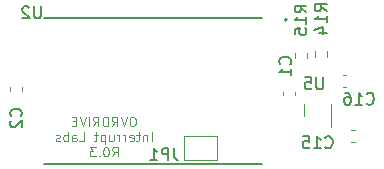
<source format=gbr>
%TF.GenerationSoftware,KiCad,Pcbnew,7.0.7*%
%TF.CreationDate,2023-12-11T16:01:13+01:00*%
%TF.ProjectId,ovrdrive,6f767264-7269-4766-952e-6b696361645f,rev?*%
%TF.SameCoordinates,Original*%
%TF.FileFunction,Legend,Bot*%
%TF.FilePolarity,Positive*%
%FSLAX46Y46*%
G04 Gerber Fmt 4.6, Leading zero omitted, Abs format (unit mm)*
G04 Created by KiCad (PCBNEW 7.0.7) date 2023-12-11 16:01:13*
%MOMM*%
%LPD*%
G01*
G04 APERTURE LIST*
%ADD10C,0.125000*%
%ADD11C,0.150000*%
%ADD12C,0.120000*%
%ADD13C,0.127000*%
%ADD14C,0.200000*%
G04 APERTURE END LIST*
D10*
X123814284Y-106375595D02*
X123661903Y-106375595D01*
X123661903Y-106375595D02*
X123585713Y-106413690D01*
X123585713Y-106413690D02*
X123509522Y-106489880D01*
X123509522Y-106489880D02*
X123471427Y-106642261D01*
X123471427Y-106642261D02*
X123471427Y-106908928D01*
X123471427Y-106908928D02*
X123509522Y-107061309D01*
X123509522Y-107061309D02*
X123585713Y-107137500D01*
X123585713Y-107137500D02*
X123661903Y-107175595D01*
X123661903Y-107175595D02*
X123814284Y-107175595D01*
X123814284Y-107175595D02*
X123890475Y-107137500D01*
X123890475Y-107137500D02*
X123966665Y-107061309D01*
X123966665Y-107061309D02*
X124004761Y-106908928D01*
X124004761Y-106908928D02*
X124004761Y-106642261D01*
X124004761Y-106642261D02*
X123966665Y-106489880D01*
X123966665Y-106489880D02*
X123890475Y-106413690D01*
X123890475Y-106413690D02*
X123814284Y-106375595D01*
X123242856Y-106375595D02*
X122976189Y-107175595D01*
X122976189Y-107175595D02*
X122709523Y-106375595D01*
X121985713Y-107175595D02*
X122252380Y-106794642D01*
X122442856Y-107175595D02*
X122442856Y-106375595D01*
X122442856Y-106375595D02*
X122138094Y-106375595D01*
X122138094Y-106375595D02*
X122061904Y-106413690D01*
X122061904Y-106413690D02*
X122023809Y-106451785D01*
X122023809Y-106451785D02*
X121985713Y-106527976D01*
X121985713Y-106527976D02*
X121985713Y-106642261D01*
X121985713Y-106642261D02*
X122023809Y-106718452D01*
X122023809Y-106718452D02*
X122061904Y-106756547D01*
X122061904Y-106756547D02*
X122138094Y-106794642D01*
X122138094Y-106794642D02*
X122442856Y-106794642D01*
X121642856Y-107175595D02*
X121642856Y-106375595D01*
X121642856Y-106375595D02*
X121452380Y-106375595D01*
X121452380Y-106375595D02*
X121338094Y-106413690D01*
X121338094Y-106413690D02*
X121261904Y-106489880D01*
X121261904Y-106489880D02*
X121223809Y-106566071D01*
X121223809Y-106566071D02*
X121185713Y-106718452D01*
X121185713Y-106718452D02*
X121185713Y-106832738D01*
X121185713Y-106832738D02*
X121223809Y-106985119D01*
X121223809Y-106985119D02*
X121261904Y-107061309D01*
X121261904Y-107061309D02*
X121338094Y-107137500D01*
X121338094Y-107137500D02*
X121452380Y-107175595D01*
X121452380Y-107175595D02*
X121642856Y-107175595D01*
X120385713Y-107175595D02*
X120652380Y-106794642D01*
X120842856Y-107175595D02*
X120842856Y-106375595D01*
X120842856Y-106375595D02*
X120538094Y-106375595D01*
X120538094Y-106375595D02*
X120461904Y-106413690D01*
X120461904Y-106413690D02*
X120423809Y-106451785D01*
X120423809Y-106451785D02*
X120385713Y-106527976D01*
X120385713Y-106527976D02*
X120385713Y-106642261D01*
X120385713Y-106642261D02*
X120423809Y-106718452D01*
X120423809Y-106718452D02*
X120461904Y-106756547D01*
X120461904Y-106756547D02*
X120538094Y-106794642D01*
X120538094Y-106794642D02*
X120842856Y-106794642D01*
X120042856Y-107175595D02*
X120042856Y-106375595D01*
X119776190Y-106375595D02*
X119509523Y-107175595D01*
X119509523Y-107175595D02*
X119242857Y-106375595D01*
X118976190Y-106756547D02*
X118709524Y-106756547D01*
X118595238Y-107175595D02*
X118976190Y-107175595D01*
X118976190Y-107175595D02*
X118976190Y-106375595D01*
X118976190Y-106375595D02*
X118595238Y-106375595D01*
X125357143Y-108463595D02*
X125357143Y-107663595D01*
X124976191Y-107930261D02*
X124976191Y-108463595D01*
X124976191Y-108006452D02*
X124938096Y-107968357D01*
X124938096Y-107968357D02*
X124861906Y-107930261D01*
X124861906Y-107930261D02*
X124747620Y-107930261D01*
X124747620Y-107930261D02*
X124671429Y-107968357D01*
X124671429Y-107968357D02*
X124633334Y-108044547D01*
X124633334Y-108044547D02*
X124633334Y-108463595D01*
X124366667Y-107930261D02*
X124061905Y-107930261D01*
X124252381Y-107663595D02*
X124252381Y-108349309D01*
X124252381Y-108349309D02*
X124214286Y-108425500D01*
X124214286Y-108425500D02*
X124138096Y-108463595D01*
X124138096Y-108463595D02*
X124061905Y-108463595D01*
X123490476Y-108425500D02*
X123566667Y-108463595D01*
X123566667Y-108463595D02*
X123719048Y-108463595D01*
X123719048Y-108463595D02*
X123795238Y-108425500D01*
X123795238Y-108425500D02*
X123833334Y-108349309D01*
X123833334Y-108349309D02*
X123833334Y-108044547D01*
X123833334Y-108044547D02*
X123795238Y-107968357D01*
X123795238Y-107968357D02*
X123719048Y-107930261D01*
X123719048Y-107930261D02*
X123566667Y-107930261D01*
X123566667Y-107930261D02*
X123490476Y-107968357D01*
X123490476Y-107968357D02*
X123452381Y-108044547D01*
X123452381Y-108044547D02*
X123452381Y-108120738D01*
X123452381Y-108120738D02*
X123833334Y-108196928D01*
X123109524Y-108463595D02*
X123109524Y-107930261D01*
X123109524Y-108082642D02*
X123071429Y-108006452D01*
X123071429Y-108006452D02*
X123033334Y-107968357D01*
X123033334Y-107968357D02*
X122957143Y-107930261D01*
X122957143Y-107930261D02*
X122880953Y-107930261D01*
X122614286Y-108463595D02*
X122614286Y-107930261D01*
X122614286Y-108082642D02*
X122576191Y-108006452D01*
X122576191Y-108006452D02*
X122538096Y-107968357D01*
X122538096Y-107968357D02*
X122461905Y-107930261D01*
X122461905Y-107930261D02*
X122385715Y-107930261D01*
X121776191Y-107930261D02*
X121776191Y-108463595D01*
X122119048Y-107930261D02*
X122119048Y-108349309D01*
X122119048Y-108349309D02*
X122080953Y-108425500D01*
X122080953Y-108425500D02*
X122004763Y-108463595D01*
X122004763Y-108463595D02*
X121890477Y-108463595D01*
X121890477Y-108463595D02*
X121814286Y-108425500D01*
X121814286Y-108425500D02*
X121776191Y-108387404D01*
X121395238Y-107930261D02*
X121395238Y-108730261D01*
X121395238Y-107968357D02*
X121319048Y-107930261D01*
X121319048Y-107930261D02*
X121166667Y-107930261D01*
X121166667Y-107930261D02*
X121090476Y-107968357D01*
X121090476Y-107968357D02*
X121052381Y-108006452D01*
X121052381Y-108006452D02*
X121014286Y-108082642D01*
X121014286Y-108082642D02*
X121014286Y-108311214D01*
X121014286Y-108311214D02*
X121052381Y-108387404D01*
X121052381Y-108387404D02*
X121090476Y-108425500D01*
X121090476Y-108425500D02*
X121166667Y-108463595D01*
X121166667Y-108463595D02*
X121319048Y-108463595D01*
X121319048Y-108463595D02*
X121395238Y-108425500D01*
X120785714Y-107930261D02*
X120480952Y-107930261D01*
X120671428Y-107663595D02*
X120671428Y-108349309D01*
X120671428Y-108349309D02*
X120633333Y-108425500D01*
X120633333Y-108425500D02*
X120557143Y-108463595D01*
X120557143Y-108463595D02*
X120480952Y-108463595D01*
X119223809Y-108463595D02*
X119604761Y-108463595D01*
X119604761Y-108463595D02*
X119604761Y-107663595D01*
X118614285Y-108463595D02*
X118614285Y-108044547D01*
X118614285Y-108044547D02*
X118652380Y-107968357D01*
X118652380Y-107968357D02*
X118728571Y-107930261D01*
X118728571Y-107930261D02*
X118880952Y-107930261D01*
X118880952Y-107930261D02*
X118957142Y-107968357D01*
X118614285Y-108425500D02*
X118690476Y-108463595D01*
X118690476Y-108463595D02*
X118880952Y-108463595D01*
X118880952Y-108463595D02*
X118957142Y-108425500D01*
X118957142Y-108425500D02*
X118995238Y-108349309D01*
X118995238Y-108349309D02*
X118995238Y-108273119D01*
X118995238Y-108273119D02*
X118957142Y-108196928D01*
X118957142Y-108196928D02*
X118880952Y-108158833D01*
X118880952Y-108158833D02*
X118690476Y-108158833D01*
X118690476Y-108158833D02*
X118614285Y-108120738D01*
X118233332Y-108463595D02*
X118233332Y-107663595D01*
X118233332Y-107968357D02*
X118157142Y-107930261D01*
X118157142Y-107930261D02*
X118004761Y-107930261D01*
X118004761Y-107930261D02*
X117928570Y-107968357D01*
X117928570Y-107968357D02*
X117890475Y-108006452D01*
X117890475Y-108006452D02*
X117852380Y-108082642D01*
X117852380Y-108082642D02*
X117852380Y-108311214D01*
X117852380Y-108311214D02*
X117890475Y-108387404D01*
X117890475Y-108387404D02*
X117928570Y-108425500D01*
X117928570Y-108425500D02*
X118004761Y-108463595D01*
X118004761Y-108463595D02*
X118157142Y-108463595D01*
X118157142Y-108463595D02*
X118233332Y-108425500D01*
X117547618Y-108425500D02*
X117471427Y-108463595D01*
X117471427Y-108463595D02*
X117319046Y-108463595D01*
X117319046Y-108463595D02*
X117242856Y-108425500D01*
X117242856Y-108425500D02*
X117204760Y-108349309D01*
X117204760Y-108349309D02*
X117204760Y-108311214D01*
X117204760Y-108311214D02*
X117242856Y-108235023D01*
X117242856Y-108235023D02*
X117319046Y-108196928D01*
X117319046Y-108196928D02*
X117433332Y-108196928D01*
X117433332Y-108196928D02*
X117509522Y-108158833D01*
X117509522Y-108158833D02*
X117547618Y-108082642D01*
X117547618Y-108082642D02*
X117547618Y-108044547D01*
X117547618Y-108044547D02*
X117509522Y-107968357D01*
X117509522Y-107968357D02*
X117433332Y-107930261D01*
X117433332Y-107930261D02*
X117319046Y-107930261D01*
X117319046Y-107930261D02*
X117242856Y-107968357D01*
X122004761Y-109751595D02*
X122271428Y-109370642D01*
X122461904Y-109751595D02*
X122461904Y-108951595D01*
X122461904Y-108951595D02*
X122157142Y-108951595D01*
X122157142Y-108951595D02*
X122080952Y-108989690D01*
X122080952Y-108989690D02*
X122042857Y-109027785D01*
X122042857Y-109027785D02*
X122004761Y-109103976D01*
X122004761Y-109103976D02*
X122004761Y-109218261D01*
X122004761Y-109218261D02*
X122042857Y-109294452D01*
X122042857Y-109294452D02*
X122080952Y-109332547D01*
X122080952Y-109332547D02*
X122157142Y-109370642D01*
X122157142Y-109370642D02*
X122461904Y-109370642D01*
X121509523Y-108951595D02*
X121433333Y-108951595D01*
X121433333Y-108951595D02*
X121357142Y-108989690D01*
X121357142Y-108989690D02*
X121319047Y-109027785D01*
X121319047Y-109027785D02*
X121280952Y-109103976D01*
X121280952Y-109103976D02*
X121242857Y-109256357D01*
X121242857Y-109256357D02*
X121242857Y-109446833D01*
X121242857Y-109446833D02*
X121280952Y-109599214D01*
X121280952Y-109599214D02*
X121319047Y-109675404D01*
X121319047Y-109675404D02*
X121357142Y-109713500D01*
X121357142Y-109713500D02*
X121433333Y-109751595D01*
X121433333Y-109751595D02*
X121509523Y-109751595D01*
X121509523Y-109751595D02*
X121585714Y-109713500D01*
X121585714Y-109713500D02*
X121623809Y-109675404D01*
X121623809Y-109675404D02*
X121661904Y-109599214D01*
X121661904Y-109599214D02*
X121700000Y-109446833D01*
X121700000Y-109446833D02*
X121700000Y-109256357D01*
X121700000Y-109256357D02*
X121661904Y-109103976D01*
X121661904Y-109103976D02*
X121623809Y-109027785D01*
X121623809Y-109027785D02*
X121585714Y-108989690D01*
X121585714Y-108989690D02*
X121509523Y-108951595D01*
X120899999Y-109675404D02*
X120861904Y-109713500D01*
X120861904Y-109713500D02*
X120899999Y-109751595D01*
X120899999Y-109751595D02*
X120938095Y-109713500D01*
X120938095Y-109713500D02*
X120899999Y-109675404D01*
X120899999Y-109675404D02*
X120899999Y-109751595D01*
X120595238Y-108951595D02*
X120100000Y-108951595D01*
X120100000Y-108951595D02*
X120366666Y-109256357D01*
X120366666Y-109256357D02*
X120252381Y-109256357D01*
X120252381Y-109256357D02*
X120176190Y-109294452D01*
X120176190Y-109294452D02*
X120138095Y-109332547D01*
X120138095Y-109332547D02*
X120100000Y-109408738D01*
X120100000Y-109408738D02*
X120100000Y-109599214D01*
X120100000Y-109599214D02*
X120138095Y-109675404D01*
X120138095Y-109675404D02*
X120176190Y-109713500D01*
X120176190Y-109713500D02*
X120252381Y-109751595D01*
X120252381Y-109751595D02*
X120480952Y-109751595D01*
X120480952Y-109751595D02*
X120557143Y-109713500D01*
X120557143Y-109713500D02*
X120595238Y-109675404D01*
D11*
X140154819Y-97457142D02*
X139678628Y-97123809D01*
X140154819Y-96885714D02*
X139154819Y-96885714D01*
X139154819Y-96885714D02*
X139154819Y-97266666D01*
X139154819Y-97266666D02*
X139202438Y-97361904D01*
X139202438Y-97361904D02*
X139250057Y-97409523D01*
X139250057Y-97409523D02*
X139345295Y-97457142D01*
X139345295Y-97457142D02*
X139488152Y-97457142D01*
X139488152Y-97457142D02*
X139583390Y-97409523D01*
X139583390Y-97409523D02*
X139631009Y-97361904D01*
X139631009Y-97361904D02*
X139678628Y-97266666D01*
X139678628Y-97266666D02*
X139678628Y-96885714D01*
X140154819Y-98409523D02*
X140154819Y-97838095D01*
X140154819Y-98123809D02*
X139154819Y-98123809D01*
X139154819Y-98123809D02*
X139297676Y-98028571D01*
X139297676Y-98028571D02*
X139392914Y-97933333D01*
X139392914Y-97933333D02*
X139440533Y-97838095D01*
X139488152Y-99266666D02*
X140154819Y-99266666D01*
X139107200Y-99028571D02*
X139821485Y-98790476D01*
X139821485Y-98790476D02*
X139821485Y-99409523D01*
X114259580Y-106333333D02*
X114307200Y-106285714D01*
X114307200Y-106285714D02*
X114354819Y-106142857D01*
X114354819Y-106142857D02*
X114354819Y-106047619D01*
X114354819Y-106047619D02*
X114307200Y-105904762D01*
X114307200Y-105904762D02*
X114211961Y-105809524D01*
X114211961Y-105809524D02*
X114116723Y-105761905D01*
X114116723Y-105761905D02*
X113926247Y-105714286D01*
X113926247Y-105714286D02*
X113783390Y-105714286D01*
X113783390Y-105714286D02*
X113592914Y-105761905D01*
X113592914Y-105761905D02*
X113497676Y-105809524D01*
X113497676Y-105809524D02*
X113402438Y-105904762D01*
X113402438Y-105904762D02*
X113354819Y-106047619D01*
X113354819Y-106047619D02*
X113354819Y-106142857D01*
X113354819Y-106142857D02*
X113402438Y-106285714D01*
X113402438Y-106285714D02*
X113450057Y-106333333D01*
X113450057Y-106714286D02*
X113402438Y-106761905D01*
X113402438Y-106761905D02*
X113354819Y-106857143D01*
X113354819Y-106857143D02*
X113354819Y-107095238D01*
X113354819Y-107095238D02*
X113402438Y-107190476D01*
X113402438Y-107190476D02*
X113450057Y-107238095D01*
X113450057Y-107238095D02*
X113545295Y-107285714D01*
X113545295Y-107285714D02*
X113640533Y-107285714D01*
X113640533Y-107285714D02*
X113783390Y-107238095D01*
X113783390Y-107238095D02*
X114354819Y-106666667D01*
X114354819Y-106666667D02*
X114354819Y-107285714D01*
X127233333Y-109054819D02*
X127233333Y-109769104D01*
X127233333Y-109769104D02*
X127280952Y-109911961D01*
X127280952Y-109911961D02*
X127376190Y-110007200D01*
X127376190Y-110007200D02*
X127519047Y-110054819D01*
X127519047Y-110054819D02*
X127614285Y-110054819D01*
X126757142Y-110054819D02*
X126757142Y-109054819D01*
X126757142Y-109054819D02*
X126376190Y-109054819D01*
X126376190Y-109054819D02*
X126280952Y-109102438D01*
X126280952Y-109102438D02*
X126233333Y-109150057D01*
X126233333Y-109150057D02*
X126185714Y-109245295D01*
X126185714Y-109245295D02*
X126185714Y-109388152D01*
X126185714Y-109388152D02*
X126233333Y-109483390D01*
X126233333Y-109483390D02*
X126280952Y-109531009D01*
X126280952Y-109531009D02*
X126376190Y-109578628D01*
X126376190Y-109578628D02*
X126757142Y-109578628D01*
X125233333Y-110054819D02*
X125804761Y-110054819D01*
X125519047Y-110054819D02*
X125519047Y-109054819D01*
X125519047Y-109054819D02*
X125614285Y-109197676D01*
X125614285Y-109197676D02*
X125709523Y-109292914D01*
X125709523Y-109292914D02*
X125804761Y-109340533D01*
X138454819Y-97557142D02*
X137978628Y-97223809D01*
X138454819Y-96985714D02*
X137454819Y-96985714D01*
X137454819Y-96985714D02*
X137454819Y-97366666D01*
X137454819Y-97366666D02*
X137502438Y-97461904D01*
X137502438Y-97461904D02*
X137550057Y-97509523D01*
X137550057Y-97509523D02*
X137645295Y-97557142D01*
X137645295Y-97557142D02*
X137788152Y-97557142D01*
X137788152Y-97557142D02*
X137883390Y-97509523D01*
X137883390Y-97509523D02*
X137931009Y-97461904D01*
X137931009Y-97461904D02*
X137978628Y-97366666D01*
X137978628Y-97366666D02*
X137978628Y-96985714D01*
X138454819Y-98509523D02*
X138454819Y-97938095D01*
X138454819Y-98223809D02*
X137454819Y-98223809D01*
X137454819Y-98223809D02*
X137597676Y-98128571D01*
X137597676Y-98128571D02*
X137692914Y-98033333D01*
X137692914Y-98033333D02*
X137740533Y-97938095D01*
X137454819Y-99414285D02*
X137454819Y-98938095D01*
X137454819Y-98938095D02*
X137931009Y-98890476D01*
X137931009Y-98890476D02*
X137883390Y-98938095D01*
X137883390Y-98938095D02*
X137835771Y-99033333D01*
X137835771Y-99033333D02*
X137835771Y-99271428D01*
X137835771Y-99271428D02*
X137883390Y-99366666D01*
X137883390Y-99366666D02*
X137931009Y-99414285D01*
X137931009Y-99414285D02*
X138026247Y-99461904D01*
X138026247Y-99461904D02*
X138264342Y-99461904D01*
X138264342Y-99461904D02*
X138359580Y-99414285D01*
X138359580Y-99414285D02*
X138407200Y-99366666D01*
X138407200Y-99366666D02*
X138454819Y-99271428D01*
X138454819Y-99271428D02*
X138454819Y-99033333D01*
X138454819Y-99033333D02*
X138407200Y-98938095D01*
X138407200Y-98938095D02*
X138359580Y-98890476D01*
X137059580Y-101933333D02*
X137107200Y-101885714D01*
X137107200Y-101885714D02*
X137154819Y-101742857D01*
X137154819Y-101742857D02*
X137154819Y-101647619D01*
X137154819Y-101647619D02*
X137107200Y-101504762D01*
X137107200Y-101504762D02*
X137011961Y-101409524D01*
X137011961Y-101409524D02*
X136916723Y-101361905D01*
X136916723Y-101361905D02*
X136726247Y-101314286D01*
X136726247Y-101314286D02*
X136583390Y-101314286D01*
X136583390Y-101314286D02*
X136392914Y-101361905D01*
X136392914Y-101361905D02*
X136297676Y-101409524D01*
X136297676Y-101409524D02*
X136202438Y-101504762D01*
X136202438Y-101504762D02*
X136154819Y-101647619D01*
X136154819Y-101647619D02*
X136154819Y-101742857D01*
X136154819Y-101742857D02*
X136202438Y-101885714D01*
X136202438Y-101885714D02*
X136250057Y-101933333D01*
X137154819Y-102885714D02*
X137154819Y-102314286D01*
X137154819Y-102600000D02*
X136154819Y-102600000D01*
X136154819Y-102600000D02*
X136297676Y-102504762D01*
X136297676Y-102504762D02*
X136392914Y-102409524D01*
X136392914Y-102409524D02*
X136440533Y-102314286D01*
X115961904Y-97054819D02*
X115961904Y-97864342D01*
X115961904Y-97864342D02*
X115914285Y-97959580D01*
X115914285Y-97959580D02*
X115866666Y-98007200D01*
X115866666Y-98007200D02*
X115771428Y-98054819D01*
X115771428Y-98054819D02*
X115580952Y-98054819D01*
X115580952Y-98054819D02*
X115485714Y-98007200D01*
X115485714Y-98007200D02*
X115438095Y-97959580D01*
X115438095Y-97959580D02*
X115390476Y-97864342D01*
X115390476Y-97864342D02*
X115390476Y-97054819D01*
X114961904Y-97150057D02*
X114914285Y-97102438D01*
X114914285Y-97102438D02*
X114819047Y-97054819D01*
X114819047Y-97054819D02*
X114580952Y-97054819D01*
X114580952Y-97054819D02*
X114485714Y-97102438D01*
X114485714Y-97102438D02*
X114438095Y-97150057D01*
X114438095Y-97150057D02*
X114390476Y-97245295D01*
X114390476Y-97245295D02*
X114390476Y-97340533D01*
X114390476Y-97340533D02*
X114438095Y-97483390D01*
X114438095Y-97483390D02*
X115009523Y-98054819D01*
X115009523Y-98054819D02*
X114390476Y-98054819D01*
X143542857Y-105259580D02*
X143590476Y-105307200D01*
X143590476Y-105307200D02*
X143733333Y-105354819D01*
X143733333Y-105354819D02*
X143828571Y-105354819D01*
X143828571Y-105354819D02*
X143971428Y-105307200D01*
X143971428Y-105307200D02*
X144066666Y-105211961D01*
X144066666Y-105211961D02*
X144114285Y-105116723D01*
X144114285Y-105116723D02*
X144161904Y-104926247D01*
X144161904Y-104926247D02*
X144161904Y-104783390D01*
X144161904Y-104783390D02*
X144114285Y-104592914D01*
X144114285Y-104592914D02*
X144066666Y-104497676D01*
X144066666Y-104497676D02*
X143971428Y-104402438D01*
X143971428Y-104402438D02*
X143828571Y-104354819D01*
X143828571Y-104354819D02*
X143733333Y-104354819D01*
X143733333Y-104354819D02*
X143590476Y-104402438D01*
X143590476Y-104402438D02*
X143542857Y-104450057D01*
X142590476Y-105354819D02*
X143161904Y-105354819D01*
X142876190Y-105354819D02*
X142876190Y-104354819D01*
X142876190Y-104354819D02*
X142971428Y-104497676D01*
X142971428Y-104497676D02*
X143066666Y-104592914D01*
X143066666Y-104592914D02*
X143161904Y-104640533D01*
X141733333Y-104354819D02*
X141923809Y-104354819D01*
X141923809Y-104354819D02*
X142019047Y-104402438D01*
X142019047Y-104402438D02*
X142066666Y-104450057D01*
X142066666Y-104450057D02*
X142161904Y-104592914D01*
X142161904Y-104592914D02*
X142209523Y-104783390D01*
X142209523Y-104783390D02*
X142209523Y-105164342D01*
X142209523Y-105164342D02*
X142161904Y-105259580D01*
X142161904Y-105259580D02*
X142114285Y-105307200D01*
X142114285Y-105307200D02*
X142019047Y-105354819D01*
X142019047Y-105354819D02*
X141828571Y-105354819D01*
X141828571Y-105354819D02*
X141733333Y-105307200D01*
X141733333Y-105307200D02*
X141685714Y-105259580D01*
X141685714Y-105259580D02*
X141638095Y-105164342D01*
X141638095Y-105164342D02*
X141638095Y-104926247D01*
X141638095Y-104926247D02*
X141685714Y-104831009D01*
X141685714Y-104831009D02*
X141733333Y-104783390D01*
X141733333Y-104783390D02*
X141828571Y-104735771D01*
X141828571Y-104735771D02*
X142019047Y-104735771D01*
X142019047Y-104735771D02*
X142114285Y-104783390D01*
X142114285Y-104783390D02*
X142161904Y-104831009D01*
X142161904Y-104831009D02*
X142209523Y-104926247D01*
X139861904Y-103054819D02*
X139861904Y-103864342D01*
X139861904Y-103864342D02*
X139814285Y-103959580D01*
X139814285Y-103959580D02*
X139766666Y-104007200D01*
X139766666Y-104007200D02*
X139671428Y-104054819D01*
X139671428Y-104054819D02*
X139480952Y-104054819D01*
X139480952Y-104054819D02*
X139385714Y-104007200D01*
X139385714Y-104007200D02*
X139338095Y-103959580D01*
X139338095Y-103959580D02*
X139290476Y-103864342D01*
X139290476Y-103864342D02*
X139290476Y-103054819D01*
X138338095Y-103054819D02*
X138814285Y-103054819D01*
X138814285Y-103054819D02*
X138861904Y-103531009D01*
X138861904Y-103531009D02*
X138814285Y-103483390D01*
X138814285Y-103483390D02*
X138719047Y-103435771D01*
X138719047Y-103435771D02*
X138480952Y-103435771D01*
X138480952Y-103435771D02*
X138385714Y-103483390D01*
X138385714Y-103483390D02*
X138338095Y-103531009D01*
X138338095Y-103531009D02*
X138290476Y-103626247D01*
X138290476Y-103626247D02*
X138290476Y-103864342D01*
X138290476Y-103864342D02*
X138338095Y-103959580D01*
X138338095Y-103959580D02*
X138385714Y-104007200D01*
X138385714Y-104007200D02*
X138480952Y-104054819D01*
X138480952Y-104054819D02*
X138719047Y-104054819D01*
X138719047Y-104054819D02*
X138814285Y-104007200D01*
X138814285Y-104007200D02*
X138861904Y-103959580D01*
X140042857Y-108959580D02*
X140090476Y-109007200D01*
X140090476Y-109007200D02*
X140233333Y-109054819D01*
X140233333Y-109054819D02*
X140328571Y-109054819D01*
X140328571Y-109054819D02*
X140471428Y-109007200D01*
X140471428Y-109007200D02*
X140566666Y-108911961D01*
X140566666Y-108911961D02*
X140614285Y-108816723D01*
X140614285Y-108816723D02*
X140661904Y-108626247D01*
X140661904Y-108626247D02*
X140661904Y-108483390D01*
X140661904Y-108483390D02*
X140614285Y-108292914D01*
X140614285Y-108292914D02*
X140566666Y-108197676D01*
X140566666Y-108197676D02*
X140471428Y-108102438D01*
X140471428Y-108102438D02*
X140328571Y-108054819D01*
X140328571Y-108054819D02*
X140233333Y-108054819D01*
X140233333Y-108054819D02*
X140090476Y-108102438D01*
X140090476Y-108102438D02*
X140042857Y-108150057D01*
X139090476Y-109054819D02*
X139661904Y-109054819D01*
X139376190Y-109054819D02*
X139376190Y-108054819D01*
X139376190Y-108054819D02*
X139471428Y-108197676D01*
X139471428Y-108197676D02*
X139566666Y-108292914D01*
X139566666Y-108292914D02*
X139661904Y-108340533D01*
X138185714Y-108054819D02*
X138661904Y-108054819D01*
X138661904Y-108054819D02*
X138709523Y-108531009D01*
X138709523Y-108531009D02*
X138661904Y-108483390D01*
X138661904Y-108483390D02*
X138566666Y-108435771D01*
X138566666Y-108435771D02*
X138328571Y-108435771D01*
X138328571Y-108435771D02*
X138233333Y-108483390D01*
X138233333Y-108483390D02*
X138185714Y-108531009D01*
X138185714Y-108531009D02*
X138138095Y-108626247D01*
X138138095Y-108626247D02*
X138138095Y-108864342D01*
X138138095Y-108864342D02*
X138185714Y-108959580D01*
X138185714Y-108959580D02*
X138233333Y-109007200D01*
X138233333Y-109007200D02*
X138328571Y-109054819D01*
X138328571Y-109054819D02*
X138566666Y-109054819D01*
X138566666Y-109054819D02*
X138661904Y-109007200D01*
X138661904Y-109007200D02*
X138709523Y-108959580D01*
D12*
%TO.C,R14*%
X139177500Y-101337258D02*
X139177500Y-100862742D01*
X140222500Y-101337258D02*
X140222500Y-100862742D01*
%TO.C,C2*%
X114410000Y-103909420D02*
X114410000Y-104190580D01*
X113390000Y-103909420D02*
X113390000Y-104190580D01*
%TO.C,JP1*%
X128050000Y-108050000D02*
X128050000Y-110050000D01*
X128050000Y-110050000D02*
X130850000Y-110050000D01*
X130850000Y-108050000D02*
X128050000Y-108050000D01*
X130850000Y-110050000D02*
X130850000Y-108050000D01*
%TO.C,R15*%
X138522500Y-100962742D02*
X138522500Y-101437258D01*
X137477500Y-100962742D02*
X137477500Y-101437258D01*
%TO.C,C1*%
X137510000Y-104259420D02*
X137510000Y-104540580D01*
X136490000Y-104259420D02*
X136490000Y-104540580D01*
D13*
%TO.C,U2*%
X134647500Y-110410000D02*
X116247500Y-110410000D01*
X134647500Y-97990000D02*
X116247500Y-97990000D01*
D14*
X136787500Y-98170000D02*
G75*
G03*
X136787500Y-98170000I-100000J0D01*
G01*
D12*
%TO.C,C16*%
X141559420Y-102890000D02*
X141840580Y-102890000D01*
X141559420Y-103910000D02*
X141840580Y-103910000D01*
%TO.C,U5*%
X140520000Y-107300000D02*
X140520000Y-105300000D01*
X138280000Y-105300000D02*
X138280000Y-106300000D01*
%TO.C,C15*%
X142259420Y-107490000D02*
X142540580Y-107490000D01*
X142259420Y-108510000D02*
X142540580Y-108510000D01*
%TD*%
M02*

</source>
